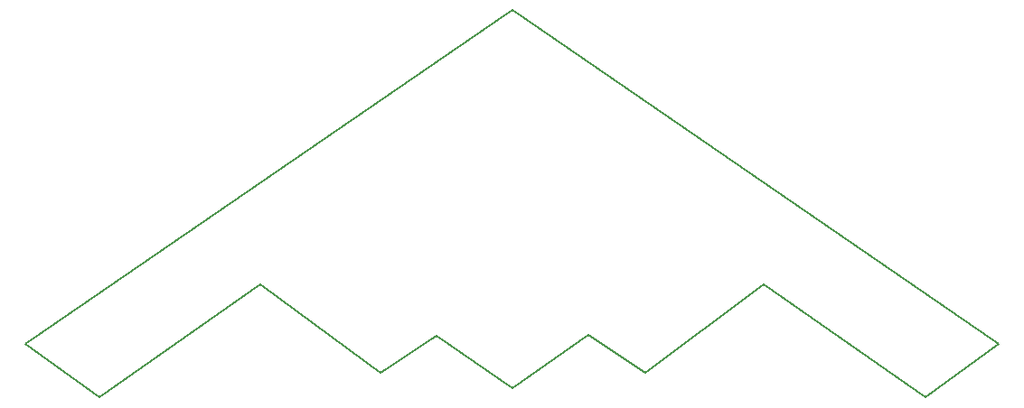
<source format=gm1>
G04 #@! TF.GenerationSoftware,KiCad,Pcbnew,(6.99.0-2452-gdb4f2d9dd8)*
G04 #@! TF.CreationDate,2022-07-25T19:23:05-05:00*
G04 #@! TF.ProjectId,B2,42322e6b-6963-4616-945f-706362585858,rev?*
G04 #@! TF.SameCoordinates,Original*
G04 #@! TF.FileFunction,Profile,NP*
%FSLAX46Y46*%
G04 Gerber Fmt 4.6, Leading zero omitted, Abs format (unit mm)*
G04 Created by KiCad (PCBNEW (6.99.0-2452-gdb4f2d9dd8)) date 2022-07-25 19:23:05*
%MOMM*%
%LPD*%
G01*
G04 APERTURE LIST*
G04 #@! TA.AperFunction,Profile*
%ADD10C,0.180000*%
G04 #@! TD*
G04 APERTURE END LIST*
D10*
X174113698Y-101520897D02*
X162951314Y-109780061D01*
X143404631Y-106301199D02*
X138198859Y-109830111D01*
X138198859Y-109830111D02*
X138198859Y-109830111D01*
X196088064Y-107077061D02*
X196088064Y-107077061D01*
X150537546Y-75792362D02*
X196088064Y-107077061D01*
X157670457Y-106276171D02*
X157670457Y-106276171D01*
X157670457Y-106276171D02*
X150537546Y-111231671D01*
X104911936Y-107102089D02*
X150537546Y-75792362D01*
X162951314Y-109780061D02*
X162951314Y-109780061D01*
X150537546Y-111231671D02*
X143404631Y-106301199D01*
X189255488Y-112082610D02*
X174113698Y-101520897D01*
X126911341Y-101495869D02*
X111844625Y-112107638D01*
X189255488Y-112082610D02*
X189255488Y-112082610D01*
X196088064Y-107077061D02*
X189255488Y-112082610D01*
X143404631Y-106301199D02*
X143404631Y-106301199D01*
X138198859Y-109830111D02*
X126911341Y-101495869D01*
X162951314Y-109780061D02*
X157670457Y-106276171D01*
X126911341Y-101495869D02*
X126911341Y-101495869D01*
X111844625Y-112107638D02*
X111844625Y-112107638D01*
X174113698Y-101520897D02*
X174113698Y-101520897D01*
X150537546Y-75792362D02*
X150537546Y-75792362D01*
X111844625Y-112107638D02*
X104911936Y-107102089D01*
X150537546Y-111231671D02*
X150537546Y-111231671D01*
M02*

</source>
